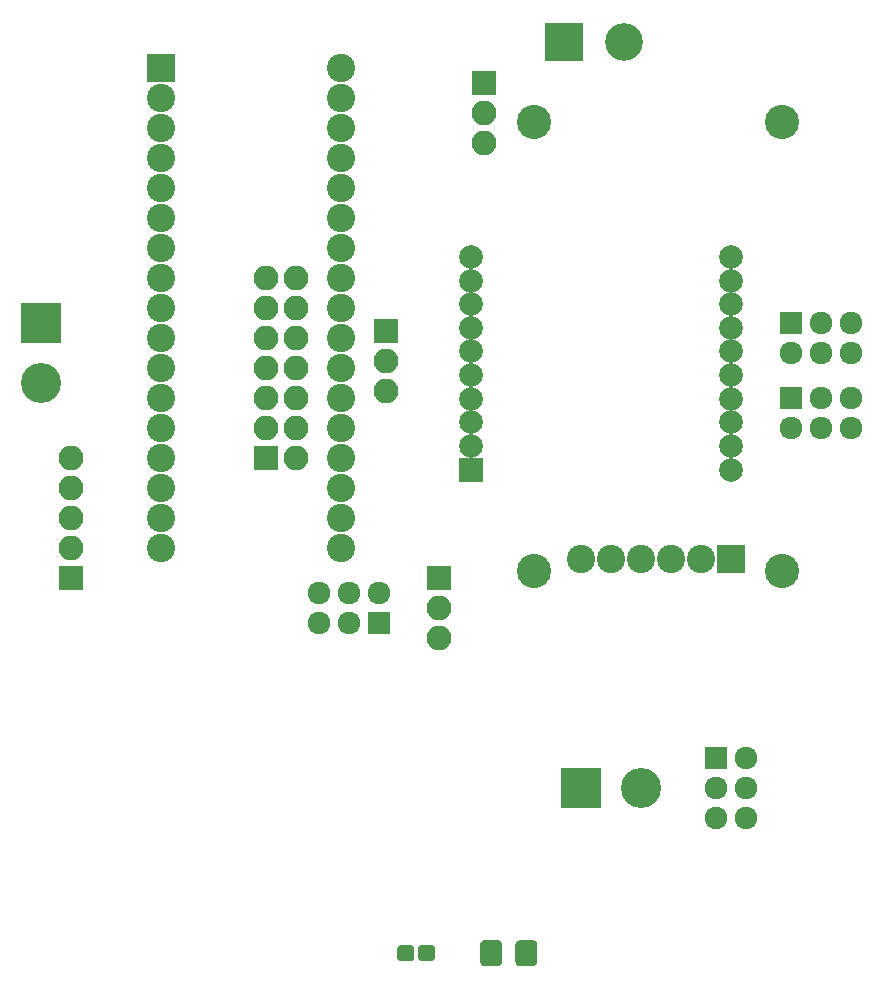
<source format=gbr>
G04 #@! TF.GenerationSoftware,KiCad,Pcbnew,(5.0.0)*
G04 #@! TF.CreationDate,2018-08-26T02:27:25+09:00*
G04 #@! TF.ProjectId,core,636F72652E6B696361645F7063620000,rev?*
G04 #@! TF.SameCoordinates,Original*
G04 #@! TF.FileFunction,Soldermask,Top*
G04 #@! TF.FilePolarity,Negative*
%FSLAX46Y46*%
G04 Gerber Fmt 4.6, Leading zero omitted, Abs format (unit mm)*
G04 Created by KiCad (PCBNEW (5.0.0)) date 08/26/18 02:27:25*
%MOMM*%
%LPD*%
G01*
G04 APERTURE LIST*
%ADD10O,2.100000X2.100000*%
%ADD11R,2.100000X2.100000*%
%ADD12R,2.400000X2.400000*%
%ADD13C,2.400000*%
%ADD14C,2.900000*%
%ADD15C,0.100000*%
%ADD16C,1.350000*%
%ADD17C,3.400000*%
%ADD18R,3.400000X3.400000*%
%ADD19C,1.825000*%
%ADD20R,1.924000X1.924000*%
%ADD21C,1.924000*%
%ADD22R,2.000000X2.000000*%
%ADD23C,2.000000*%
%ADD24R,3.200000X3.200000*%
%ADD25O,3.200000X3.200000*%
G04 APERTURE END LIST*
D10*
G04 #@! TO.C,J8*
X1905000Y-13970000D03*
X1905000Y-11430000D03*
D11*
X1905000Y-8890000D03*
G04 #@! TD*
D10*
G04 #@! TO.C,J7*
X-2540000Y6985000D03*
X-2540000Y9525000D03*
D11*
X-2540000Y12065000D03*
G04 #@! TD*
D12*
G04 #@! TO.C,U1*
X-21590000Y34290000D03*
D13*
X-21590000Y31750000D03*
X-21590000Y29210000D03*
X-21590000Y26670000D03*
X-21590000Y24130000D03*
X-21590000Y21590000D03*
X-21590000Y19050000D03*
X-21590000Y16510000D03*
X-21590000Y13970000D03*
X-21590000Y11430000D03*
X-21590000Y8890000D03*
X-21590000Y6350000D03*
X-21590000Y3810000D03*
X-21590000Y1270000D03*
X-21590000Y-1270000D03*
X-21590000Y-3810000D03*
X-21590000Y-6350000D03*
X-6350000Y-6350000D03*
X-6350000Y-3810000D03*
X-6350000Y-1270000D03*
X-6350000Y1270000D03*
X-6350000Y3810000D03*
X-6350000Y6350000D03*
X-6350000Y8890000D03*
X-6350000Y11430000D03*
X-6350000Y13970000D03*
X-6350000Y16510000D03*
X-6350000Y19050000D03*
X-6350000Y21590000D03*
X-6350000Y24130000D03*
X-6350000Y26670000D03*
X-6350000Y29210000D03*
X-6350000Y31750000D03*
X-6350000Y34290000D03*
G04 #@! TD*
D14*
G04 #@! TO.C,U2*
X9970000Y29745000D03*
X30970000Y29745000D03*
X30970000Y-8255000D03*
X9970000Y-8255000D03*
D12*
X26670000Y-7255000D03*
D13*
X24130000Y-7255000D03*
X21590000Y-7255000D03*
X19050000Y-7255000D03*
X16510000Y-7255000D03*
X13970000Y-7255000D03*
G04 #@! TD*
D15*
G04 #@! TO.C,D1*
G36*
X1295581Y-39966625D02*
X1328343Y-39971485D01*
X1360471Y-39979533D01*
X1391656Y-39990691D01*
X1421596Y-40004852D01*
X1450005Y-40021879D01*
X1476608Y-40041609D01*
X1501149Y-40063851D01*
X1523391Y-40088392D01*
X1543121Y-40114995D01*
X1560148Y-40143404D01*
X1574309Y-40173344D01*
X1585467Y-40204529D01*
X1593515Y-40236657D01*
X1598375Y-40269419D01*
X1600000Y-40302500D01*
X1600000Y-40977500D01*
X1598375Y-41010581D01*
X1593515Y-41043343D01*
X1585467Y-41075471D01*
X1574309Y-41106656D01*
X1560148Y-41136596D01*
X1543121Y-41165005D01*
X1523391Y-41191608D01*
X1501149Y-41216149D01*
X1476608Y-41238391D01*
X1450005Y-41258121D01*
X1421596Y-41275148D01*
X1391656Y-41289309D01*
X1360471Y-41300467D01*
X1328343Y-41308515D01*
X1295581Y-41313375D01*
X1262500Y-41315000D01*
X487500Y-41315000D01*
X454419Y-41313375D01*
X421657Y-41308515D01*
X389529Y-41300467D01*
X358344Y-41289309D01*
X328404Y-41275148D01*
X299995Y-41258121D01*
X273392Y-41238391D01*
X248851Y-41216149D01*
X226609Y-41191608D01*
X206879Y-41165005D01*
X189852Y-41136596D01*
X175691Y-41106656D01*
X164533Y-41075471D01*
X156485Y-41043343D01*
X151625Y-41010581D01*
X150000Y-40977500D01*
X150000Y-40302500D01*
X151625Y-40269419D01*
X156485Y-40236657D01*
X164533Y-40204529D01*
X175691Y-40173344D01*
X189852Y-40143404D01*
X206879Y-40114995D01*
X226609Y-40088392D01*
X248851Y-40063851D01*
X273392Y-40041609D01*
X299995Y-40021879D01*
X328404Y-40004852D01*
X358344Y-39990691D01*
X389529Y-39979533D01*
X421657Y-39971485D01*
X454419Y-39966625D01*
X487500Y-39965000D01*
X1262500Y-39965000D01*
X1295581Y-39966625D01*
X1295581Y-39966625D01*
G37*
D16*
X875000Y-40640000D03*
D15*
G36*
X-454419Y-39966625D02*
X-421657Y-39971485D01*
X-389529Y-39979533D01*
X-358344Y-39990691D01*
X-328404Y-40004852D01*
X-299995Y-40021879D01*
X-273392Y-40041609D01*
X-248851Y-40063851D01*
X-226609Y-40088392D01*
X-206879Y-40114995D01*
X-189852Y-40143404D01*
X-175691Y-40173344D01*
X-164533Y-40204529D01*
X-156485Y-40236657D01*
X-151625Y-40269419D01*
X-150000Y-40302500D01*
X-150000Y-40977500D01*
X-151625Y-41010581D01*
X-156485Y-41043343D01*
X-164533Y-41075471D01*
X-175691Y-41106656D01*
X-189852Y-41136596D01*
X-206879Y-41165005D01*
X-226609Y-41191608D01*
X-248851Y-41216149D01*
X-273392Y-41238391D01*
X-299995Y-41258121D01*
X-328404Y-41275148D01*
X-358344Y-41289309D01*
X-389529Y-41300467D01*
X-421657Y-41308515D01*
X-454419Y-41313375D01*
X-487500Y-41315000D01*
X-1262500Y-41315000D01*
X-1295581Y-41313375D01*
X-1328343Y-41308515D01*
X-1360471Y-41300467D01*
X-1391656Y-41289309D01*
X-1421596Y-41275148D01*
X-1450005Y-41258121D01*
X-1476608Y-41238391D01*
X-1501149Y-41216149D01*
X-1523391Y-41191608D01*
X-1543121Y-41165005D01*
X-1560148Y-41136596D01*
X-1574309Y-41106656D01*
X-1585467Y-41075471D01*
X-1593515Y-41043343D01*
X-1598375Y-41010581D01*
X-1600000Y-40977500D01*
X-1600000Y-40302500D01*
X-1598375Y-40269419D01*
X-1593515Y-40236657D01*
X-1585467Y-40204529D01*
X-1574309Y-40173344D01*
X-1560148Y-40143404D01*
X-1543121Y-40114995D01*
X-1523391Y-40088392D01*
X-1501149Y-40063851D01*
X-1476608Y-40041609D01*
X-1450005Y-40021879D01*
X-1421596Y-40004852D01*
X-1391656Y-39990691D01*
X-1360471Y-39979533D01*
X-1328343Y-39971485D01*
X-1295581Y-39966625D01*
X-1262500Y-39965000D01*
X-487500Y-39965000D01*
X-454419Y-39966625D01*
X-454419Y-39966625D01*
G37*
D16*
X-875000Y-40640000D03*
G04 #@! TD*
D17*
G04 #@! TO.C,J1*
X19050000Y-26670000D03*
D18*
X13970000Y-26670000D03*
G04 #@! TD*
G04 #@! TO.C,J2*
X-31750000Y12700000D03*
D17*
X-31750000Y7620000D03*
G04 #@! TD*
D15*
G04 #@! TO.C,R1*
G36*
X9948707Y-39566542D02*
X9979787Y-39571152D01*
X10010266Y-39578787D01*
X10039850Y-39589372D01*
X10068254Y-39602806D01*
X10095204Y-39618959D01*
X10120442Y-39637677D01*
X10143723Y-39658777D01*
X10164823Y-39682058D01*
X10183541Y-39707296D01*
X10199694Y-39734246D01*
X10213128Y-39762650D01*
X10223713Y-39792234D01*
X10231348Y-39822713D01*
X10235958Y-39853793D01*
X10237500Y-39885176D01*
X10237500Y-41394824D01*
X10235958Y-41426207D01*
X10231348Y-41457287D01*
X10223713Y-41487766D01*
X10213128Y-41517350D01*
X10199694Y-41545754D01*
X10183541Y-41572704D01*
X10164823Y-41597942D01*
X10143723Y-41621223D01*
X10120442Y-41642323D01*
X10095204Y-41661041D01*
X10068254Y-41677194D01*
X10039850Y-41690628D01*
X10010266Y-41701213D01*
X9979787Y-41708848D01*
X9948707Y-41713458D01*
X9917324Y-41715000D01*
X8732676Y-41715000D01*
X8701293Y-41713458D01*
X8670213Y-41708848D01*
X8639734Y-41701213D01*
X8610150Y-41690628D01*
X8581746Y-41677194D01*
X8554796Y-41661041D01*
X8529558Y-41642323D01*
X8506277Y-41621223D01*
X8485177Y-41597942D01*
X8466459Y-41572704D01*
X8450306Y-41545754D01*
X8436872Y-41517350D01*
X8426287Y-41487766D01*
X8418652Y-41457287D01*
X8414042Y-41426207D01*
X8412500Y-41394824D01*
X8412500Y-39885176D01*
X8414042Y-39853793D01*
X8418652Y-39822713D01*
X8426287Y-39792234D01*
X8436872Y-39762650D01*
X8450306Y-39734246D01*
X8466459Y-39707296D01*
X8485177Y-39682058D01*
X8506277Y-39658777D01*
X8529558Y-39637677D01*
X8554796Y-39618959D01*
X8581746Y-39602806D01*
X8610150Y-39589372D01*
X8639734Y-39578787D01*
X8670213Y-39571152D01*
X8701293Y-39566542D01*
X8732676Y-39565000D01*
X9917324Y-39565000D01*
X9948707Y-39566542D01*
X9948707Y-39566542D01*
G37*
D19*
X9325000Y-40640000D03*
D15*
G36*
X6973707Y-39566542D02*
X7004787Y-39571152D01*
X7035266Y-39578787D01*
X7064850Y-39589372D01*
X7093254Y-39602806D01*
X7120204Y-39618959D01*
X7145442Y-39637677D01*
X7168723Y-39658777D01*
X7189823Y-39682058D01*
X7208541Y-39707296D01*
X7224694Y-39734246D01*
X7238128Y-39762650D01*
X7248713Y-39792234D01*
X7256348Y-39822713D01*
X7260958Y-39853793D01*
X7262500Y-39885176D01*
X7262500Y-41394824D01*
X7260958Y-41426207D01*
X7256348Y-41457287D01*
X7248713Y-41487766D01*
X7238128Y-41517350D01*
X7224694Y-41545754D01*
X7208541Y-41572704D01*
X7189823Y-41597942D01*
X7168723Y-41621223D01*
X7145442Y-41642323D01*
X7120204Y-41661041D01*
X7093254Y-41677194D01*
X7064850Y-41690628D01*
X7035266Y-41701213D01*
X7004787Y-41708848D01*
X6973707Y-41713458D01*
X6942324Y-41715000D01*
X5757676Y-41715000D01*
X5726293Y-41713458D01*
X5695213Y-41708848D01*
X5664734Y-41701213D01*
X5635150Y-41690628D01*
X5606746Y-41677194D01*
X5579796Y-41661041D01*
X5554558Y-41642323D01*
X5531277Y-41621223D01*
X5510177Y-41597942D01*
X5491459Y-41572704D01*
X5475306Y-41545754D01*
X5461872Y-41517350D01*
X5451287Y-41487766D01*
X5443652Y-41457287D01*
X5439042Y-41426207D01*
X5437500Y-41394824D01*
X5437500Y-39885176D01*
X5439042Y-39853793D01*
X5443652Y-39822713D01*
X5451287Y-39792234D01*
X5461872Y-39762650D01*
X5475306Y-39734246D01*
X5491459Y-39707296D01*
X5510177Y-39682058D01*
X5531277Y-39658777D01*
X5554558Y-39637677D01*
X5579796Y-39618959D01*
X5606746Y-39602806D01*
X5635150Y-39589372D01*
X5664734Y-39578787D01*
X5695213Y-39571152D01*
X5726293Y-39566542D01*
X5757676Y-39565000D01*
X6942324Y-39565000D01*
X6973707Y-39566542D01*
X6973707Y-39566542D01*
G37*
D19*
X6350000Y-40640000D03*
G04 #@! TD*
D20*
G04 #@! TO.C,SW1*
X-3175000Y-12700000D03*
D21*
X-5715000Y-12700000D03*
X-8255000Y-12700000D03*
X-8255000Y-10160000D03*
X-5715000Y-10160000D03*
X-3175000Y-10160000D03*
G04 #@! TD*
G04 #@! TO.C,SW2*
X27940000Y-24130000D03*
X27940000Y-26670000D03*
X27940000Y-29210000D03*
X25400000Y-29210000D03*
X25400000Y-26670000D03*
D20*
X25400000Y-24130000D03*
G04 #@! TD*
G04 #@! TO.C,SW4*
X31750000Y12700000D03*
D21*
X34290000Y12700000D03*
X36830000Y12700000D03*
X36830000Y10160000D03*
X34290000Y10160000D03*
X31750000Y10160000D03*
G04 #@! TD*
G04 #@! TO.C,SW5*
X31750000Y3810000D03*
X34290000Y3810000D03*
X36830000Y3810000D03*
X36830000Y6350000D03*
X34290000Y6350000D03*
D20*
X31750000Y6350000D03*
G04 #@! TD*
D22*
G04 #@! TO.C,U3*
X4670000Y305000D03*
D23*
X4670000Y2305000D03*
X4670000Y4305000D03*
X4670000Y6305000D03*
X4670000Y8305000D03*
X4670000Y10305000D03*
X4670000Y12305000D03*
X4670000Y14305000D03*
X4670000Y16305000D03*
X4670000Y18305000D03*
X26670000Y18305000D03*
X26670000Y16305000D03*
X26670000Y14305000D03*
X26670000Y12305000D03*
X26670000Y10305000D03*
X26670000Y8305000D03*
X26670000Y6305000D03*
X26670000Y4305000D03*
X26670000Y2305000D03*
X26670000Y305000D03*
G04 #@! TD*
D24*
G04 #@! TO.C,SW3*
X12560000Y36500000D03*
D25*
X17640000Y36500000D03*
G04 #@! TD*
D10*
G04 #@! TO.C,J3*
X-29210000Y1270000D03*
X-29210000Y-1270000D03*
X-29210000Y-3810000D03*
X-29210000Y-6350000D03*
D11*
X-29210000Y-8890000D03*
G04 #@! TD*
D10*
G04 #@! TO.C,J4*
X-10160000Y16510000D03*
X-12700000Y16510000D03*
X-10160000Y13970000D03*
X-12700000Y13970000D03*
X-10160000Y11430000D03*
X-12700000Y11430000D03*
X-10160000Y8890000D03*
X-12700000Y8890000D03*
X-10160000Y6350000D03*
X-12700000Y6350000D03*
X-10160000Y3810000D03*
X-12700000Y3810000D03*
X-10160000Y1270000D03*
D11*
X-12700000Y1270000D03*
G04 #@! TD*
G04 #@! TO.C,J5*
X5715000Y33020000D03*
D10*
X5715000Y30480000D03*
X5715000Y27940000D03*
G04 #@! TD*
M02*

</source>
